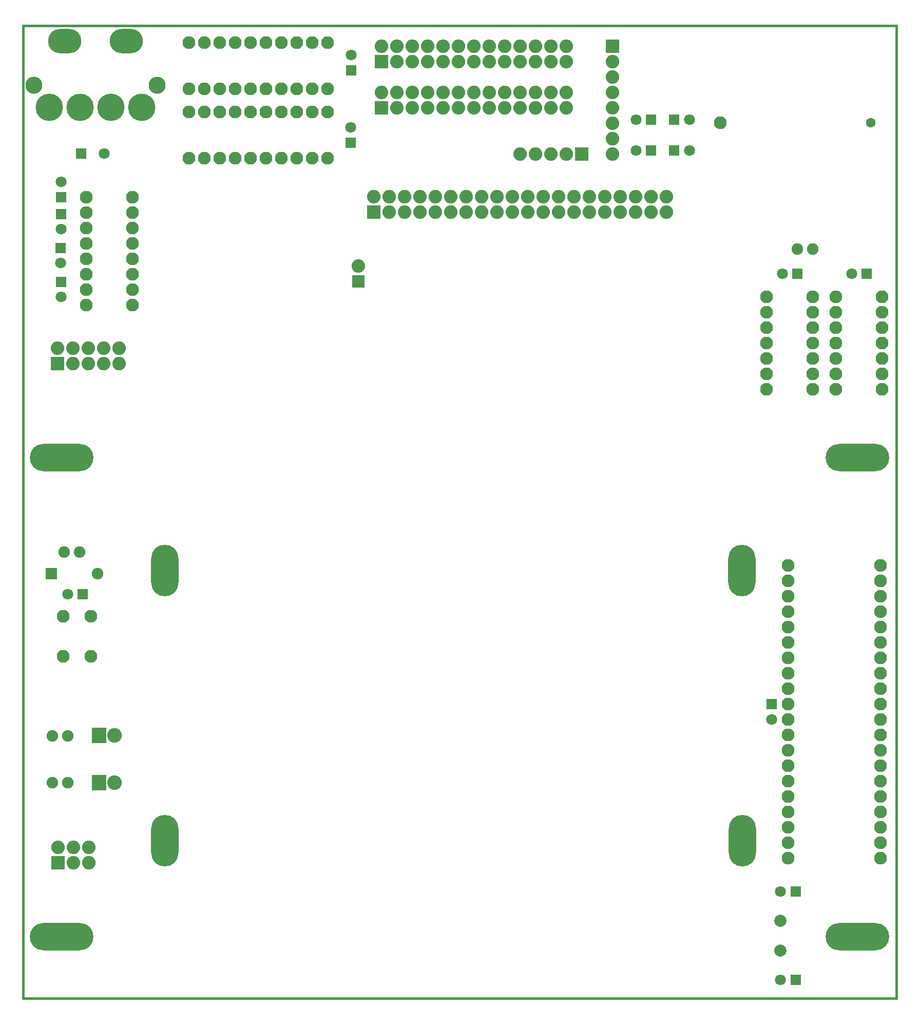
<source format=gbs>
G04 #@! TF.FileFunction,Soldermask,Bot*
%FSLAX46Y46*%
G04 Gerber Fmt 4.6, Leading zero omitted, Abs format (unit mm)*
G04 Created by KiCad (PCBNEW 4.0.1-stable) date 15.08.2016 21:33:18*
%MOMM*%
G01*
G04 APERTURE LIST*
%ADD10C,0.150000*%
%ADD11C,0.381000*%
%ADD12O,10.507980X4.508500*%
%ADD13O,2.108000X2.108000*%
%ADD14C,2.108200*%
%ADD15C,1.607820*%
%ADD16R,2.235200X2.235200*%
%ADD17O,2.235200X2.235200*%
%ADD18R,1.808000X1.808000*%
%ADD19C,1.808000*%
%ADD20O,4.508500X8.509000*%
%ADD21R,2.032000X2.032000*%
%ADD22R,2.408000X2.508000*%
%ADD23C,2.408000*%
%ADD24R,1.905000X1.905000*%
%ADD25C,1.905000*%
%ADD26C,4.508500*%
%ADD27C,2.809240*%
%ADD28O,5.509260X4.008120*%
%ADD29C,2.009140*%
G04 APERTURE END LIST*
D10*
D11*
X163619180Y-21351240D02*
X163619180Y-181749700D01*
X19618960Y-21351240D02*
X163619180Y-21351240D01*
X19618960Y-21358860D02*
X19618960Y-21351240D01*
X19618960Y-21369020D02*
X19618960Y-21358860D01*
X19618960Y-181749700D02*
X19618960Y-21369020D01*
X163619180Y-181749700D02*
X19618960Y-181749700D01*
D12*
X26009600Y-92560140D03*
X26009600Y-171549060D03*
X157226000Y-171551600D03*
X157226000Y-92557600D03*
D13*
X145800000Y-110360000D03*
X145800000Y-112900000D03*
X145800000Y-115440000D03*
X145800000Y-117980000D03*
X145800000Y-120520000D03*
X145800000Y-123060000D03*
X145800000Y-125600000D03*
X145800000Y-128140000D03*
X145800000Y-130680000D03*
X145800000Y-133220000D03*
X145800000Y-135760000D03*
X145800000Y-138300000D03*
X145800000Y-140840000D03*
X145800000Y-143380000D03*
X145800000Y-145920000D03*
X145800000Y-148460000D03*
X145800000Y-151000000D03*
X145800000Y-153540000D03*
X145800000Y-156080000D03*
X145800000Y-158620000D03*
X161040000Y-158620000D03*
X161040000Y-156080000D03*
X161040000Y-153540000D03*
X161040000Y-151000000D03*
X161040000Y-148460000D03*
X161040000Y-145920000D03*
X161040000Y-143380000D03*
X161040000Y-140840000D03*
X161040000Y-138300000D03*
X161040000Y-135760000D03*
X161040000Y-133220000D03*
X161040000Y-130680000D03*
X161040000Y-128140000D03*
X161040000Y-125600000D03*
X161040000Y-123060000D03*
X161040000Y-120520000D03*
X161040000Y-117980000D03*
X161040000Y-115440000D03*
X161040000Y-112900000D03*
X161040000Y-110360000D03*
X30060900Y-49669700D03*
X30060900Y-52209700D03*
X30060900Y-54749700D03*
X30060900Y-57289700D03*
X30060900Y-59829700D03*
X30060900Y-62369700D03*
X30060900Y-64909700D03*
X30060900Y-67449700D03*
X37680900Y-67449700D03*
X37680900Y-64909700D03*
X37680900Y-62369700D03*
X37680900Y-59829700D03*
X37680900Y-57289700D03*
X37680900Y-54749700D03*
X37680900Y-52209700D03*
X37680900Y-49669700D03*
D14*
X134620660Y-37370540D03*
D15*
X159421220Y-37370540D03*
D16*
X77470000Y-52070000D03*
D17*
X77470000Y-49530000D03*
X80010000Y-52070000D03*
X80010000Y-49530000D03*
X82550000Y-52070000D03*
X82550000Y-49530000D03*
X85090000Y-52070000D03*
X85090000Y-49530000D03*
X87630000Y-52070000D03*
X87630000Y-49530000D03*
X90170000Y-52070000D03*
X90170000Y-49530000D03*
X92710000Y-52070000D03*
X92710000Y-49530000D03*
X95250000Y-52070000D03*
X95250000Y-49530000D03*
X97790000Y-52070000D03*
X97790000Y-49530000D03*
X100330000Y-52070000D03*
X100330000Y-49530000D03*
X102870000Y-52070000D03*
X102870000Y-49530000D03*
X105410000Y-52070000D03*
X105410000Y-49530000D03*
X107950000Y-52070000D03*
X107950000Y-49530000D03*
X110490000Y-52070000D03*
X110490000Y-49530000D03*
X113030000Y-52070000D03*
X113030000Y-49530000D03*
X115570000Y-52070000D03*
X115570000Y-49530000D03*
X118110000Y-52070000D03*
X118110000Y-49530000D03*
X120650000Y-52070000D03*
X120650000Y-49530000D03*
X123190000Y-52070000D03*
X123190000Y-49530000D03*
X125730000Y-52070000D03*
X125730000Y-49530000D03*
D13*
X142240000Y-66040000D03*
X142240000Y-68580000D03*
X142240000Y-71120000D03*
X142240000Y-73660000D03*
X142240000Y-76200000D03*
X142240000Y-78740000D03*
X142240000Y-81280000D03*
X149860000Y-81280000D03*
X149860000Y-78740000D03*
X149860000Y-76200000D03*
X149860000Y-73660000D03*
X149860000Y-71120000D03*
X149860000Y-68580000D03*
X149860000Y-66040000D03*
D16*
X116840000Y-24765000D03*
D17*
X116840000Y-27305000D03*
X116840000Y-29845000D03*
X116840000Y-32385000D03*
X116840000Y-34925000D03*
X116840000Y-37465000D03*
X116840000Y-40005000D03*
X116840000Y-42545000D03*
D16*
X111760000Y-42545000D03*
D17*
X109220000Y-42545000D03*
X106680000Y-42545000D03*
X104140000Y-42545000D03*
X101600000Y-42545000D03*
D16*
X25400000Y-159385000D03*
D17*
X25400000Y-156845000D03*
X27940000Y-159385000D03*
X27940000Y-156845000D03*
X30480000Y-159385000D03*
X30480000Y-156845000D03*
D16*
X78740000Y-34925000D03*
D17*
X78740000Y-32385000D03*
X81280000Y-34925000D03*
X81280000Y-32385000D03*
X83820000Y-34925000D03*
X83820000Y-32385000D03*
X86360000Y-34925000D03*
X86360000Y-32385000D03*
X88900000Y-34925000D03*
X88900000Y-32385000D03*
X91440000Y-34925000D03*
X91440000Y-32385000D03*
X93980000Y-34925000D03*
X93980000Y-32385000D03*
X96520000Y-34925000D03*
X96520000Y-32385000D03*
X99060000Y-34925000D03*
X99060000Y-32385000D03*
X101600000Y-34925000D03*
X101600000Y-32385000D03*
X104140000Y-34925000D03*
X104140000Y-32385000D03*
X106680000Y-34925000D03*
X106680000Y-32385000D03*
X109220000Y-34925000D03*
X109220000Y-32385000D03*
D16*
X78740000Y-27305000D03*
D17*
X78740000Y-24765000D03*
X81280000Y-27305000D03*
X81280000Y-24765000D03*
X83820000Y-27305000D03*
X83820000Y-24765000D03*
X86360000Y-27305000D03*
X86360000Y-24765000D03*
X88900000Y-27305000D03*
X88900000Y-24765000D03*
X91440000Y-27305000D03*
X91440000Y-24765000D03*
X93980000Y-27305000D03*
X93980000Y-24765000D03*
X96520000Y-27305000D03*
X96520000Y-24765000D03*
X99060000Y-27305000D03*
X99060000Y-24765000D03*
X101600000Y-27305000D03*
X101600000Y-24765000D03*
X104140000Y-27305000D03*
X104140000Y-24765000D03*
X106680000Y-27305000D03*
X106680000Y-24765000D03*
X109220000Y-27305000D03*
X109220000Y-24765000D03*
D18*
X73660000Y-40640000D03*
D19*
X73660000Y-38140000D03*
D13*
X69850000Y-24130000D03*
X67310000Y-24130000D03*
X64770000Y-24130000D03*
X62230000Y-24130000D03*
X59690000Y-24130000D03*
X57150000Y-24130000D03*
X54610000Y-24130000D03*
X52070000Y-24130000D03*
X49530000Y-24130000D03*
X46990000Y-24130000D03*
X46990000Y-31750000D03*
X49530000Y-31750000D03*
X52070000Y-31750000D03*
X54610000Y-31750000D03*
X57150000Y-31750000D03*
X59690000Y-31750000D03*
X62230000Y-31750000D03*
X64770000Y-31750000D03*
X67310000Y-31750000D03*
X69850000Y-31750000D03*
D18*
X25880000Y-49630000D03*
D19*
X25880000Y-47130000D03*
D14*
X30815280Y-125326140D03*
X26243280Y-125326140D03*
X30815280Y-118722140D03*
X26243280Y-118722140D03*
D20*
X43027600Y-111201200D03*
X43027600Y-155702000D03*
X138125200Y-111201200D03*
X138226800Y-155702000D03*
D21*
X74930000Y-63500000D03*
D17*
X74930000Y-60960000D03*
D18*
X29464000Y-115112800D03*
D19*
X26964000Y-115112800D03*
D18*
X147320000Y-62230000D03*
D19*
X144820000Y-62230000D03*
D18*
X73700000Y-28710000D03*
D19*
X73700000Y-26210000D03*
D18*
X123190000Y-41910000D03*
D19*
X120690000Y-41910000D03*
D18*
X147015200Y-178638200D03*
D19*
X144515200Y-178638200D03*
D18*
X127000000Y-41910000D03*
D19*
X129500000Y-41910000D03*
D18*
X147010120Y-164104320D03*
D19*
X144510120Y-164104320D03*
D16*
X25295860Y-77038200D03*
D17*
X25295860Y-74498200D03*
X27835860Y-77038200D03*
X27835860Y-74498200D03*
X30375860Y-77038200D03*
X30375860Y-74498200D03*
X32915860Y-77038200D03*
X32915860Y-74498200D03*
X35455860Y-77038200D03*
X35455860Y-74498200D03*
D22*
X32179260Y-146151600D03*
D23*
X34719260Y-146151600D03*
D22*
X32125920Y-138419840D03*
D23*
X34665920Y-138419840D03*
D24*
X24320500Y-111671100D03*
D25*
X31940500Y-111671100D03*
D26*
X29009340Y-34790380D03*
X34089340Y-34790380D03*
X39169340Y-34790380D03*
X23929340Y-34790380D03*
D27*
X41709340Y-31173420D03*
X21389340Y-31173420D03*
D28*
X36629340Y-23931880D03*
X26469340Y-23931880D03*
D29*
X144526000Y-173814740D03*
X144526000Y-168932860D03*
D25*
X26969720Y-146149060D03*
X24429720Y-146149060D03*
X26969720Y-138424920D03*
X24429720Y-138424920D03*
X28973780Y-108122720D03*
X26433780Y-108122720D03*
D18*
X127000000Y-36830000D03*
D19*
X129500000Y-36830000D03*
D18*
X123190000Y-36830000D03*
D19*
X120690000Y-36830000D03*
D18*
X25850000Y-58010000D03*
D19*
X25850000Y-60510000D03*
D18*
X25870000Y-52430000D03*
D19*
X25870000Y-54930000D03*
D18*
X25890000Y-63600000D03*
D19*
X25890000Y-66100000D03*
D18*
X158750000Y-62230000D03*
D19*
X156250000Y-62230000D03*
D18*
X143090000Y-133220000D03*
D19*
X143090000Y-135720000D03*
D13*
X153670000Y-66040000D03*
X153670000Y-68580000D03*
X153670000Y-71120000D03*
X153670000Y-73660000D03*
X153670000Y-76200000D03*
X153670000Y-78740000D03*
X153670000Y-81280000D03*
X161290000Y-81280000D03*
X161290000Y-78740000D03*
X161290000Y-76200000D03*
X161290000Y-73660000D03*
X161290000Y-71120000D03*
X161290000Y-68580000D03*
X161290000Y-66040000D03*
X69850000Y-35560000D03*
X67310000Y-35560000D03*
X64770000Y-35560000D03*
X62230000Y-35560000D03*
X59690000Y-35560000D03*
X57150000Y-35560000D03*
X54610000Y-35560000D03*
X52070000Y-35560000D03*
X49530000Y-35560000D03*
X46990000Y-35560000D03*
X46990000Y-43180000D03*
X49530000Y-43180000D03*
X52070000Y-43180000D03*
X54610000Y-43180000D03*
X57150000Y-43180000D03*
X59690000Y-43180000D03*
X62230000Y-43180000D03*
X64770000Y-43180000D03*
X67310000Y-43180000D03*
X69850000Y-43180000D03*
D18*
X29200000Y-42450000D03*
D19*
X33000000Y-42450000D03*
D25*
X149850000Y-58180000D03*
X147310000Y-58180000D03*
M02*

</source>
